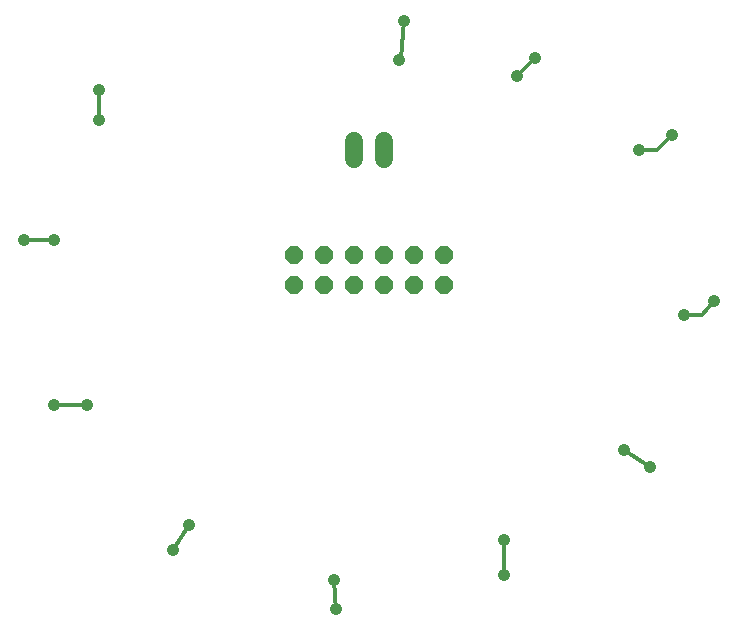
<source format=gbl>
G04 EAGLE Gerber X2 export*
G75*
%MOMM*%
%FSLAX34Y34*%
%LPD*%
%AMOC8*
5,1,8,0,0,1.08239X$1,22.5*%
G01*
%ADD10P,1.649562X8X22.500000*%
%ADD11C,1.524000*%
%ADD12C,1.058000*%
%ADD13C,0.304800*%


D10*
X-63500Y-12700D03*
X-63500Y12700D03*
X-38100Y-12700D03*
X-38100Y12700D03*
X-12700Y-12700D03*
X-12700Y12700D03*
X12700Y-12700D03*
X12700Y12700D03*
X38100Y-12700D03*
X38100Y12700D03*
X63500Y-12700D03*
X63500Y12700D03*
D11*
X-12700Y93980D02*
X-12700Y109220D01*
X12700Y109220D02*
X12700Y93980D01*
D12*
X257088Y114300D03*
D13*
X244388Y101600D01*
X228600Y101600D01*
D12*
X228600Y101600D03*
X140970Y179070D03*
D13*
X125730Y163830D01*
D12*
X125730Y163830D03*
X29820Y210479D03*
D13*
X27280Y179680D01*
X25400Y177800D01*
D12*
X25400Y177800D03*
X-228600Y152400D03*
D13*
X-228600Y127000D01*
D12*
X-228600Y127000D03*
X-292072Y25400D03*
D13*
X-266700Y25400D01*
D12*
X-266700Y25400D03*
X292072Y-26670D03*
D13*
X281912Y-38100D01*
X266700Y-38100D01*
D12*
X266700Y-38100D03*
X238405Y-167285D03*
D13*
X215900Y-152400D01*
D12*
X215900Y-152400D03*
X114300Y-258358D03*
D13*
X114300Y-228600D01*
D12*
X114300Y-228600D03*
X-27699Y-286992D03*
D13*
X-28969Y-275831D01*
X-29210Y-262890D01*
D12*
X-29210Y-262890D03*
X-166015Y-237135D03*
D13*
X-152400Y-215900D01*
D12*
X-152400Y-215900D03*
X-266700Y-114300D03*
D13*
X-238760Y-114300D01*
D12*
X-238760Y-114300D03*
M02*

</source>
